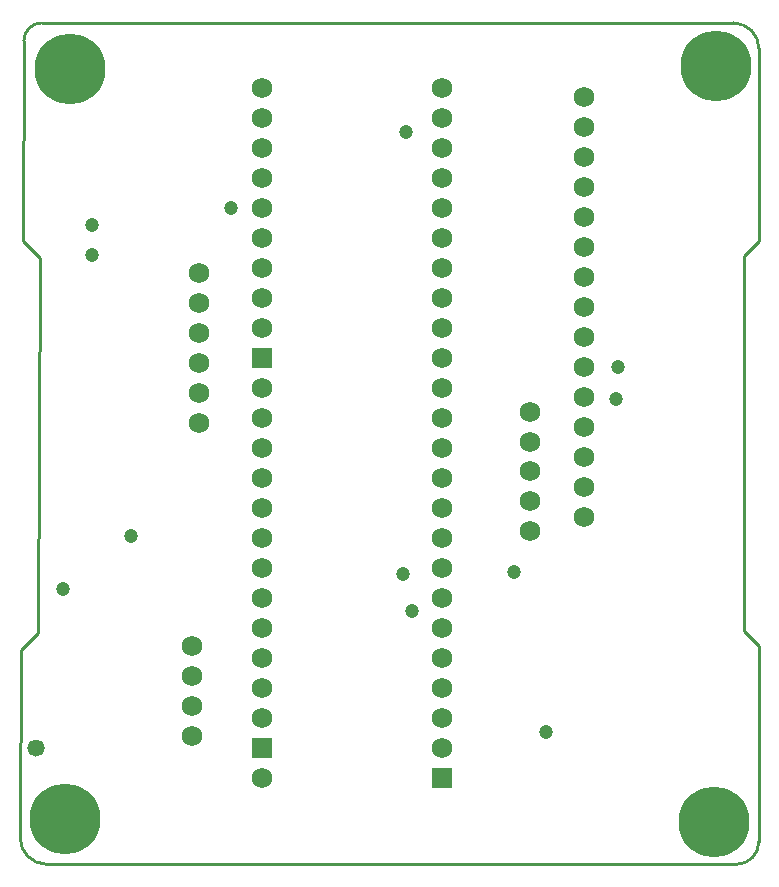
<source format=gbs>
G04*
G04 #@! TF.GenerationSoftware,Altium Limited,Altium Designer,24.7.2 (38)*
G04*
G04 Layer_Color=16711935*
%FSLAX42Y42*%
%MOMM*%
G71*
G04*
G04 #@! TF.SameCoordinates,CE458257-ED55-464B-8F26-E5EFE0AAFCD9*
G04*
G04*
G04 #@! TF.FilePolarity,Negative*
G04*
G01*
G75*
%ADD10C,0.25*%
%ADD33C,1.73*%
%ADD34C,1.20*%
%ADD35R,1.73X1.73*%
%ADD36C,6.00*%
%ADD37C,1.47*%
D10*
X6363Y9868D02*
G03*
X6210Y9715I0J-153D01*
G01*
X12433Y9652D02*
G03*
X12217Y9868I-216J0D01*
G01*
X12243Y2743D02*
G03*
X12433Y2934I0J190D01*
G01*
X6178Y2973D02*
G03*
X6403Y2743I227J-2D01*
G01*
X6363Y9868D02*
X12217D01*
X12306Y7896D02*
X12433Y8023D01*
X12433Y9652D02*
X12433Y8023D01*
X6202Y8023D02*
X6210Y9715D01*
X12306Y4715D02*
Y7896D01*
X12433Y2934D02*
Y4588D01*
X12306Y4715D02*
X12433Y4588D01*
X6186Y4561D02*
X6327Y4701D01*
X6304Y7920D02*
X6343Y7881D01*
X6202Y8023D02*
X6236Y7989D01*
X6304Y7920D01*
X6327Y4701D02*
X6343Y7881D01*
X6403Y2743D02*
X12243Y2743D01*
X6178Y2973D02*
X6186Y4561D01*
D33*
X10500Y6320D02*
D03*
Y6070D02*
D03*
Y5820D02*
D03*
Y5570D02*
D03*
Y6570D02*
D03*
X8226Y5250D02*
D03*
X7697Y7747D02*
D03*
Y7493D02*
D03*
Y7239D02*
D03*
Y6985D02*
D03*
Y6731D02*
D03*
Y6477D02*
D03*
X7634Y3829D02*
D03*
Y4083D02*
D03*
Y4337D02*
D03*
Y4591D02*
D03*
X8226Y3472D02*
D03*
Y3980D02*
D03*
Y4234D02*
D03*
Y4488D02*
D03*
Y4742D02*
D03*
Y4996D02*
D03*
Y5504D02*
D03*
Y5758D02*
D03*
Y6012D02*
D03*
Y6266D02*
D03*
Y6520D02*
D03*
Y6774D02*
D03*
Y7282D02*
D03*
Y7536D02*
D03*
Y7790D02*
D03*
Y8044D02*
D03*
Y8298D02*
D03*
Y8552D02*
D03*
Y8806D02*
D03*
Y9060D02*
D03*
Y9314D02*
D03*
X9750Y3726D02*
D03*
Y3980D02*
D03*
Y4234D02*
D03*
Y4488D02*
D03*
Y4742D02*
D03*
Y4996D02*
D03*
Y5250D02*
D03*
Y5504D02*
D03*
Y5758D02*
D03*
Y6012D02*
D03*
Y6266D02*
D03*
Y6520D02*
D03*
Y6774D02*
D03*
Y7028D02*
D03*
Y7282D02*
D03*
Y7536D02*
D03*
Y7790D02*
D03*
Y8044D02*
D03*
Y8298D02*
D03*
Y8552D02*
D03*
Y8806D02*
D03*
Y9060D02*
D03*
Y9314D02*
D03*
X10949Y5686D02*
D03*
Y5940D02*
D03*
Y6194D02*
D03*
Y6448D02*
D03*
Y6702D02*
D03*
Y6956D02*
D03*
Y7210D02*
D03*
Y7464D02*
D03*
Y7718D02*
D03*
Y7972D02*
D03*
Y8226D02*
D03*
Y8480D02*
D03*
Y8734D02*
D03*
Y8988D02*
D03*
Y9242D02*
D03*
D34*
X6790Y7900D02*
D03*
Y8154D02*
D03*
X10630Y3860D02*
D03*
X7961Y8300D02*
D03*
X9450Y8940D02*
D03*
X6540Y5074D02*
D03*
X7120Y5520D02*
D03*
X10360Y5222D02*
D03*
X11238Y6958D02*
D03*
X11226Y6680D02*
D03*
X9500Y4890D02*
D03*
X9421Y5200D02*
D03*
D35*
X8226Y7028D02*
D03*
X9750Y3472D02*
D03*
X8226Y3726D02*
D03*
D36*
X12050Y3100D02*
D03*
X12070Y9500D02*
D03*
X6560Y3130D02*
D03*
X6600Y9475D02*
D03*
D37*
X6310Y3730D02*
D03*
M02*

</source>
